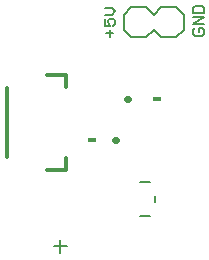
<source format=gto>
G75*
%MOIN*%
%OFA0B0*%
%FSLAX25Y25*%
%IPPOS*%
%LPD*%
%AMOC8*
5,1,8,0,0,1.08239X$1,22.5*
%
%ADD10C,0.00600*%
%ADD11C,0.00500*%
%ADD12C,0.00800*%
%ADD13C,0.02200*%
%ADD14R,0.03000X0.01800*%
%ADD15C,0.01200*%
D10*
X0022199Y0015282D02*
X0026470Y0015282D01*
X0024334Y0017417D02*
X0024334Y0013147D01*
D11*
X0040837Y0085215D02*
X0040837Y0087550D01*
X0040837Y0088898D02*
X0040253Y0090065D01*
X0040253Y0090649D01*
X0040837Y0091233D01*
X0042005Y0091233D01*
X0042589Y0090649D01*
X0042589Y0089482D01*
X0042005Y0088898D01*
X0040837Y0088898D02*
X0039086Y0088898D01*
X0039086Y0091233D01*
X0039086Y0092581D02*
X0041421Y0092581D01*
X0042589Y0093749D01*
X0041421Y0094916D01*
X0039086Y0094916D01*
X0039669Y0086382D02*
X0042005Y0086382D01*
X0068676Y0086192D02*
X0069260Y0085608D01*
X0071595Y0085608D01*
X0072179Y0086192D01*
X0072179Y0087360D01*
X0071595Y0087944D01*
X0070428Y0087944D01*
X0070428Y0086776D01*
X0069260Y0087944D02*
X0068676Y0087360D01*
X0068676Y0086192D01*
X0068676Y0089291D02*
X0072179Y0091627D01*
X0068676Y0091627D01*
X0068676Y0092975D02*
X0068676Y0094726D01*
X0069260Y0095310D01*
X0071595Y0095310D01*
X0072179Y0094726D01*
X0072179Y0092975D01*
X0068676Y0092975D01*
X0068676Y0089291D02*
X0072179Y0089291D01*
D12*
X0065555Y0087583D02*
X0063055Y0085083D01*
X0058055Y0085083D01*
X0055555Y0087583D01*
X0053055Y0085083D01*
X0048055Y0085083D01*
X0045555Y0087583D01*
X0045555Y0092583D01*
X0048055Y0095083D01*
X0053055Y0095083D01*
X0055555Y0092583D01*
X0058055Y0095083D01*
X0063055Y0095083D01*
X0065555Y0092583D01*
X0065555Y0087583D01*
X0054372Y0036628D02*
X0050991Y0036628D01*
X0055872Y0032084D02*
X0055872Y0029971D01*
X0054372Y0025428D02*
X0050991Y0025428D01*
D13*
X0042959Y0050713D02*
X0042719Y0050713D01*
X0046656Y0064492D02*
X0046896Y0064492D01*
D14*
X0056618Y0064492D03*
X0034965Y0050713D03*
D15*
X0026185Y0044807D02*
X0026185Y0040870D01*
X0019886Y0040870D01*
X0006500Y0045201D02*
X0006500Y0068035D01*
X0019886Y0072366D02*
X0026185Y0072366D01*
X0026185Y0068429D01*
M02*

</source>
